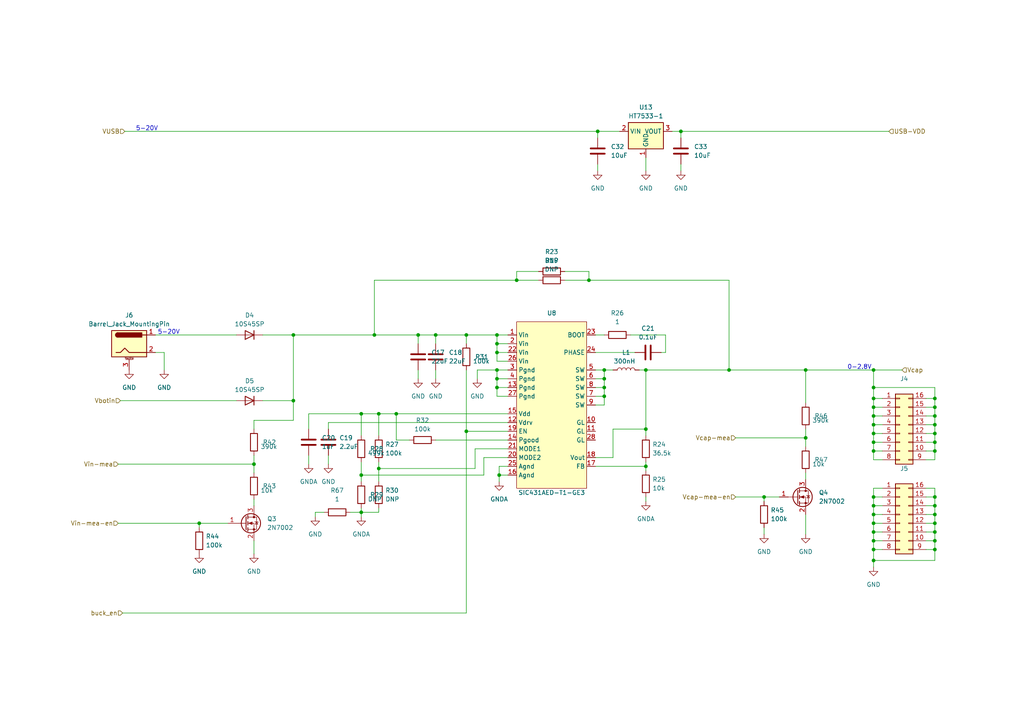
<source format=kicad_sch>
(kicad_sch (version 20230121) (generator eeschema)
  (paper "A4")
  (lib_symbols
    (symbol "Connector:Barrel_Jack_MountingPin" (pin_names hide)
      (property "Reference" "J6" (at 0 8.255 0))
      (property "Value" "Barrel_Jack_MountingPin" (at 0 5.715 0))
      (symbol "Barrel_Jack_MountingPin_0_1"
        (rectangle (start -5.08 3.81) (end 5.08 -3.81) (stroke (width 0.254)) (fill (type background)))
        (arc (start -3.302 3.175) (mid -3.9343 2.54) (end -3.302 1.905) (stroke (width 0.254)))
        (arc (start -3.302 3.175) (mid -3.9343 2.54) (end -3.302 1.905) (stroke (width 0.254)) (fill (type outline)))
        (polyline (pts (xy 5.08 2.54) (xy 3.81 2.54)) (stroke (width 0.254)))
        (polyline (pts (xy -3.81 -2.54) (xy -2.54 -2.54) (xy -1.27 -1.27) (xy 0 -2.54) (xy 2.54 -2.54) (xy 5.08 -2.54)) (stroke (width 0.254)))
        (rectangle (start 3.683 3.175) (end -3.302 1.905) (stroke (width 0.254)) (fill (type outline)))
      )
      (symbol "Barrel_Jack_MountingPin_1_1"
        (polyline (pts (xy -1.016 -4.572) (xy 1.016 -4.572)) (stroke (width 0.1524)))
        (text "Mounting" (at 0 -4.191 0) (effects (font (size 0.381 0.381))))
        (pin passive line (at 7.62 2.54 180) (length 2.54) (name "~") (number "1"))
        (pin passive line (at 7.62 -2.54 180) (length 2.54) (name "~") (number "2"))
        (pin passive line (at 0 -7.62 90) (length 3.048) (name "MP") (number "3"))
      )
    )
    (symbol "Connector_Generic:Conn_02x08_Counter_Clockwise" (pin_names (offset 1.016) hide)
      (property "Reference" "J" (at 1.27 10.16 0))
      (property "Value" "Conn_02x08_Counter_Clockwise" (at 1.27 -12.7 0))
      (symbol "Conn_02x08_Counter_Clockwise_1_1"
        (rectangle (start -1.27 -10.033) (end 0 -10.287) (stroke (width 0.1524)))
        (rectangle (start -1.27 -7.493) (end 0 -7.747) (stroke (width 0.1524)))
        (rectangle (start -1.27 -4.953) (end 0 -5.207) (stroke (width 0.1524)))
        (rectangle (start -1.27 -2.413) (end 0 -2.667) (stroke (width 0.1524)))
        (rectangle (start -1.27 0.127) (end 0 -0.127) (stroke (width 0.1524)))
        (rectangle (start -1.27 2.667) (end 0 2.413) (stroke (width 0.1524)))
        (rectangle (start -1.27 5.207) (end 0 4.953) (stroke (width 0.1524)))
        (rectangle (start -1.27 7.747) (end 0 7.493) (stroke (width 0.1524)))
        (rectangle (start -1.27 8.89) (end 3.81 -11.43) (stroke (width 0.254)) (fill (type background)))
        (rectangle (start 3.81 -10.033) (end 2.54 -10.287) (stroke (width 0.1524)))
        (rectangle (start 3.81 -7.493) (end 2.54 -7.747) (stroke (width 0.1524)))
        (rectangle (start 3.81 -4.953) (end 2.54 -5.207) (stroke (width 0.1524)))
        (rectangle (start 3.81 -2.413) (end 2.54 -2.667) (stroke (width 0.1524)))
        (rectangle (start 3.81 0.127) (end 2.54 -0.127) (stroke (width 0.1524)))
        (rectangle (start 3.81 2.667) (end 2.54 2.413) (stroke (width 0.1524)))
        (rectangle (start 3.81 5.207) (end 2.54 4.953) (stroke (width 0.1524)))
        (rectangle (start 3.81 7.747) (end 2.54 7.493) (stroke (width 0.1524)))
        (pin passive line (at -5.08 7.62 0) (length 3.81) (name "Pin_1") (number "1"))
        (pin passive line (at 7.62 -7.62 180) (length 3.81) (name "Pin_10") (number "10"))
        (pin passive line (at 7.62 -5.08 180) (length 3.81) (name "Pin_11") (number "11"))
        (pin passive line (at 7.62 -2.54 180) (length 3.81) (name "Pin_12") (number "12"))
        (pin passive line (at 7.62 0 180) (length 3.81) (name "Pin_13") (number "13"))
        (pin passive line (at 7.62 2.54 180) (length 3.81) (name "Pin_14") (number "14"))
        (pin passive line (at 7.62 5.08 180) (length 3.81) (name "Pin_15") (number "15"))
        (pin passive line (at 7.62 7.62 180) (length 3.81) (name "Pin_16") (number "16"))
        (pin passive line (at -5.08 5.08 0) (length 3.81) (name "Pin_2") (number "2"))
        (pin passive line (at -5.08 2.54 0) (length 3.81) (name "Pin_3") (number "3"))
        (pin passive line (at -5.08 0 0) (length 3.81) (name "Pin_4") (number "4"))
        (pin passive line (at -5.08 -2.54 0) (length 3.81) (name "Pin_5") (number "5"))
        (pin passive line (at -5.08 -5.08 0) (length 3.81) (name "Pin_6") (number "6"))
        (pin passive line (at -5.08 -7.62 0) (length 3.81) (name "Pin_7") (number "7"))
        (pin passive line (at -5.08 -10.16 0) (length 3.81) (name "Pin_8") (number "8"))
        (pin passive line (at 7.62 -10.16 180) (length 3.81) (name "Pin_9") (number "9"))
      )
    )
    (symbol "Device:C" (pin_numbers hide) (pin_names (offset 0.254))
      (property "Reference" "C" (at 0.635 2.54 0))
      (property "Value" "C" (at 0.635 -2.54 0))
      (symbol "C_0_1"
        (polyline (pts (xy -2.032 -0.762) (xy 2.032 -0.762)) (stroke (width 0.508)))
        (polyline (pts (xy -2.032 0.762) (xy 2.032 0.762)) (stroke (width 0.508)))
      )
      (symbol "C_1_1"
        (pin passive line (at 0 3.81 270) (length 2.794) (name "~") (number "1"))
        (pin passive line (at 0 -3.81 90) (length 2.794) (name "~") (number "2"))
      )
    )
    (symbol "Device:L" (pin_numbers hide) (pin_names (offset 1.016) hide)
      (property "Reference" "L" (at -1.27 0 90))
      (property "Value" "L" (at 1.905 0 90))
      (symbol "L_0_1"
        (arc (start 0 -2.54) (mid 0.6323 -1.905) (end 0 -1.27))
        (arc (start 0 -1.27) (mid 0.6323 -0.635) (end 0 0))
        (arc (start 0 0) (mid 0.6323 0.635) (end 0 1.27))
        (arc (start 0 1.27) (mid 0.6323 1.905) (end 0 2.54))
      )
      (symbol "L_1_1"
        (pin passive line (at 0 3.81 270) (length 1.27) (name "1") (number "1"))
        (pin passive line (at 0 -3.81 90) (length 1.27) (name "2") (number "2"))
      )
    )
    (symbol "Device:R" (pin_numbers hide) (pin_names (offset 0))
      (property "Reference" "R" (at 2.032 0 90))
      (property "Value" "R" (at 0 0 90))
      (symbol "R_0_1"
        (rectangle (start -1.016 -2.54) (end 1.016 2.54) (stroke (width 0.254)))
      )
      (symbol "R_1_1"
        (pin passive line (at 0 3.81 270) (length 1.27) (name "~") (number "1"))
        (pin passive line (at 0 -3.81 90) (length 1.27) (name "~") (number "2"))
      )
    )
    (symbol "Diode:VS-6ESU06" (pin_numbers hide) (pin_names hide)
      (property "Reference" "D" (at 0 2.54 0))
      (property "Value" "VS-6ESU06" (at 0 -2.54 0))
      (symbol "VS-6ESU06_0_1"
        (polyline (pts (xy -1.27 1.27) (xy -1.27 -1.27)) (stroke (width 0.254)))
        (polyline (pts (xy 1.27 0) (xy -1.27 0)))
        (polyline (pts (xy 1.27 1.27) (xy 1.27 -1.27) (xy -1.27 0) (xy 1.27 1.27)) (stroke (width 0.254)))
      )
      (symbol "VS-6ESU06_1_1"
        (pin passive line (at 3.81 0 180) (length 2.54) (name "A") (number "1"))
        (pin passive line (at 3.81 0 180) (length 2.54) hide (name "A") (number "2"))
        (pin passive line (at -3.81 0 0) (length 2.54) (name "K") (number "3"))
      )
    )
    (symbol "Fan_pwr:dcdc-buck-SiC431"
      (property "Reference" "U8" (at 0.0019 26.67 0))
      (property "Value" "SIC431AED-T1-GE3" (at 0 -25.4 0))
      (symbol "dcdc-buck-SiC431_1_1"
        (rectangle (start -10.16 24.13) (end 10.16 -24.13) (fill (type background)))
        (pin power_in line (at -12.7 20.32 0) (length 2.54) (name "Vin") (number "1"))
        (pin output line (at 12.7 -5.08 180) (length 2.54) (name "GL") (number "10"))
        (pin output line (at 12.7 -7.62 180) (length 2.54) (name "GL") (number "11"))
        (pin power_out line (at -12.7 -5.08 0) (length 2.54) (name "Vdrv") (number "12"))
        (pin power_in line (at -12.7 5.08 0) (length 2.54) (name "Pgnd") (number "13"))
        (pin output line (at -12.7 -10.16 0) (length 2.54) (name "Pgood") (number "14"))
        (pin power_out line (at -12.7 -2.54 0) (length 2.54) (name "Vdd") (number "15"))
        (pin power_in line (at -12.7 -20.32 0) (length 2.54) (name "Agnd") (number "16"))
        (pin input line (at 12.7 -17.78 180) (length 2.54) (name "FB") (number "17"))
        (pin input line (at 12.7 -15.24 180) (length 2.54) (name "Vout") (number "18"))
        (pin input line (at -12.7 -7.62 0) (length 2.54) (name "EN") (number "19"))
        (pin power_in line (at -12.7 17.78 0) (length 2.54) (name "Vin") (number "2"))
        (pin input line (at -12.7 -15.24 0) (length 2.54) (name "MODE2") (number "20"))
        (pin input line (at -12.7 -12.7 0) (length 2.54) (name "MODE1") (number "21"))
        (pin power_in line (at -12.7 15.24 0) (length 2.54) (name "Vin") (number "22"))
        (pin bidirectional line (at 12.7 20.32 180) (length 2.54) (name "BOOT") (number "23"))
        (pin bidirectional line (at 12.7 15.24 180) (length 2.54) (name "PHASE") (number "24"))
        (pin power_in line (at -12.7 -17.78 0) (length 2.54) (name "Agnd") (number "25"))
        (pin power_in line (at -12.7 12.7 0) (length 2.54) (name "Vin") (number "26"))
        (pin power_in line (at -12.7 2.54 0) (length 2.54) (name "Pgnd") (number "27"))
        (pin output line (at 12.7 -10.16 180) (length 2.54) (name "GL") (number "28"))
        (pin power_in line (at -12.7 10.16 0) (length 2.54) (name "Pgnd") (number "3"))
        (pin power_in line (at -12.7 7.62 0) (length 2.54) (name "Pgnd") (number "4"))
        (pin power_out line (at 12.7 10.16 180) (length 2.54) (name "SW") (number "5"))
        (pin power_out line (at 12.7 7.62 180) (length 2.54) (name "SW") (number "6"))
        (pin power_out line (at 12.7 2.54 180) (length 2.54) (name "SW") (number "7"))
        (pin power_out line (at 12.7 5.08 180) (length 2.54) (name "SW") (number "8"))
        (pin power_out line (at 12.7 0 180) (length 2.54) (name "SW") (number "9"))
      )
    )
    (symbol "Regulator_Linear:HT75xx-1-SOT89"
      (property "Reference" "U" (at -5.08 -3.81 0))
      (property "Value" "HT75xx-1-SOT89" (at 0 6.35 0))
      (symbol "HT75xx-1-SOT89_0_1"
        (rectangle (start -5.08 5.08) (end 5.08 -2.54) (stroke (width 0.254)) (fill (type background)))
      )
      (symbol "HT75xx-1-SOT89_1_1"
        (pin power_in line (at 0 -5.08 90) (length 2.54) (name "GND") (number "1"))
        (pin power_in line (at -7.62 2.54 0) (length 2.54) (name "VIN") (number "2"))
        (pin power_out line (at 7.62 2.54 180) (length 2.54) (name "VOUT") (number "3"))
      )
    )
    (symbol "Transistor_FET:2N7002" (pin_names hide)
      (property "Reference" "Q" (at 5.08 1.905 0))
      (property "Value" "2N7002" (at 5.08 0 0))
      (symbol "2N7002_0_1"
        (polyline (pts (xy 0.254 0) (xy -2.54 0)))
        (polyline (pts (xy 0.254 1.905) (xy 0.254 -1.905)) (stroke (width 0.254)))
        (polyline (pts (xy 0.762 -1.27) (xy 0.762 -2.286)) (stroke (width 0.254)))
        (polyline (pts (xy 0.762 0.508) (xy 0.762 -0.508)) (stroke (width 0.254)))
        (polyline (pts (xy 0.762 2.286) (xy 0.762 1.27)) (stroke (width 0.254)))
        (polyline (pts (xy 2.54 2.54) (xy 2.54 1.778)))
        (polyline (pts (xy 2.54 -2.54) (xy 2.54 0) (xy 0.762 0)))
        (polyline (pts (xy 0.762 -1.778) (xy 3.302 -1.778) (xy 3.302 1.778) (xy 0.762 1.778)))
        (polyline (pts (xy 1.016 0) (xy 2.032 0.381) (xy 2.032 -0.381) (xy 1.016 0)) (fill (type outline)))
        (polyline (pts (xy 2.794 0.508) (xy 2.921 0.381) (xy 3.683 0.381) (xy 3.81 0.254)))
        (polyline (pts (xy 3.302 0.381) (xy 2.921 -0.254) (xy 3.683 -0.254) (xy 3.302 0.381)))
        (circle (center 1.651 0) (radius 2.794) (stroke (width 0.254)))
        (circle (center 2.54 -1.778) (radius 0.254) (fill (type outline)))
        (circle (center 2.54 1.778) (radius 0.254) (fill (type outline)))
      )
      (symbol "2N7002_1_1"
        (pin input line (at -5.08 0 0) (length 2.54) (name "G") (number "1"))
        (pin passive line (at 2.54 -5.08 90) (length 2.54) (name "S") (number "2"))
        (pin passive line (at 2.54 5.08 270) (length 2.54) (name "D") (number "3"))
      )
    )
    (symbol "power:GND" (power) (pin_names (offset 0))
      (property "Value" "GND" (at 0 -3.81 0))
      (symbol "GND_0_1"
        (polyline (pts (xy 0 0) (xy 0 -1.27) (xy 1.27 -1.27) (xy 0 -2.54) (xy -1.27 -1.27) (xy 0 -1.27)))
      )
      (symbol "GND_1_1"
        (pin power_in line (at 0 0 270) (length 0) hide (name "GND") (number "1"))
      )
    )
    (symbol "power:GNDA" (power) (pin_names (offset 0))
      (property "Value" "GNDA" (at 0 -3.81 0))
      (symbol "GNDA_0_1"
        (polyline (pts (xy 0 0) (xy 0 -1.27) (xy 1.27 -1.27) (xy 0 -2.54) (xy -1.27 -1.27) (xy 0 -1.27)))
      )
      (symbol "GNDA_1_1"
        (pin power_in line (at 0 0 270) (length 0) hide (name "GNDA") (number "1"))
      )
    )
  )
  (junction (at 271.145 159.385))
  (junction (at 175.26 107.315))
  (junction (at 221.615 144.145))
  (junction (at 271.145 115.57))
  (junction (at 144.145 102.235))
  (junction (at 135.255 97.155))
  (junction (at 73.66 134.62))
  (junction (at 253.365 144.145))
  (junction (at 271.145 125.73))
  (junction (at 197.485 38.1))
  (junction (at 144.145 107.315))
  (junction (at 271.145 151.765))
  (junction (at 144.145 112.395))
  (junction (at 121.285 97.155))
  (junction (at 253.365 125.73))
  (junction (at 271.145 149.225))
  (junction (at 253.365 154.305))
  (junction (at 144.145 97.155))
  (junction (at 253.365 120.65))
  (junction (at 175.26 114.935))
  (junction (at 253.365 149.225))
  (junction (at 114.935 120.015))
  (junction (at 233.68 107.315))
  (junction (at 253.365 146.685))
  (junction (at 108.585 97.155))
  (junction (at 271.145 123.19))
  (junction (at 253.365 151.765))
  (junction (at 104.775 120.015))
  (junction (at 271.145 144.145))
  (junction (at 253.365 123.19))
  (junction (at 271.145 156.845))
  (junction (at 85.09 116.205))
  (junction (at 135.255 125.095))
  (junction (at 175.26 109.855))
  (junction (at 271.145 118.11))
  (junction (at 271.145 120.65))
  (junction (at 57.785 151.765))
  (junction (at 126.365 97.155))
  (junction (at 187.325 124.46))
  (junction (at 253.365 118.11))
  (junction (at 253.365 162.56))
  (junction (at 187.325 135.255))
  (junction (at 173.355 38.1))
  (junction (at 253.365 112.395))
  (junction (at 149.86 81.28))
  (junction (at 271.145 154.305))
  (junction (at 85.09 97.155))
  (junction (at 109.855 120.015))
  (junction (at 144.145 99.695))
  (junction (at 104.775 137.795))
  (junction (at 271.145 146.685))
  (junction (at 233.68 127))
  (junction (at 253.365 128.27))
  (junction (at 253.365 156.845))
  (junction (at 109.855 135.89))
  (junction (at 170.815 81.28))
  (junction (at 187.325 107.315))
  (junction (at 104.775 148.59))
  (junction (at 253.365 115.57))
  (junction (at 144.78 137.795))
  (junction (at 253.365 159.385))
  (junction (at 175.26 112.395))
  (junction (at 253.365 107.315))
  (junction (at 271.145 130.81))
  (junction (at 271.145 128.27))
  (junction (at 253.365 130.81))
  (junction (at 211.455 107.315))
  (junction (at 144.145 109.855))
  (wire (pts (xy 253.365 112.395) (xy 253.365 115.57)))
  (wire (pts (xy 255.905 146.685) (xy 253.365 146.685)))
  (wire (pts (xy 135.255 97.155) (xy 135.255 99.695)))
  (wire (pts (xy 253.365 128.27) (xy 253.365 125.73)))
  (wire (pts (xy 211.455 107.315) (xy 233.68 107.315)))
  (wire (pts (xy 255.905 123.19) (xy 253.365 123.19)))
  (wire (pts (xy 175.26 107.315) (xy 177.8 107.315)))
  (wire (pts (xy 144.145 112.395) (xy 144.145 109.855)))
  (wire (pts (xy 221.615 144.145) (xy 226.06 144.145)))
  (wire (pts (xy 187.325 49.53) (xy 187.325 45.72)))
  (wire (pts (xy 255.905 149.225) (xy 253.365 149.225)))
  (wire (pts (xy 268.605 141.605) (xy 271.145 141.605)))
  (wire (pts (xy 73.66 146.685) (xy 73.66 144.78)))
  (wire (pts (xy 233.68 127) (xy 233.68 129.54)))
  (wire (pts (xy 57.785 151.765) (xy 66.04 151.765)))
  (wire (pts (xy 179.705 38.1) (xy 173.355 38.1)))
  (wire (pts (xy 233.68 154.94) (xy 233.68 149.225)))
  (wire (pts (xy 253.365 120.65) (xy 253.365 118.11)))
  (wire (pts (xy 144.145 114.935) (xy 144.145 112.395)))
  (wire (pts (xy 253.365 144.145) (xy 253.365 146.685)))
  (wire (pts (xy 109.855 120.015) (xy 114.935 120.015)))
  (wire (pts (xy 89.535 134.62) (xy 89.535 132.08)))
  (wire (pts (xy 104.775 133.985) (xy 104.775 137.795)))
  (wire (pts (xy 213.36 127) (xy 233.68 127)))
  (wire (pts (xy 36.195 38.1) (xy 173.355 38.1)))
  (wire (pts (xy 135.255 125.095) (xy 135.255 177.8)))
  (wire (pts (xy 253.365 146.685) (xy 253.365 149.225)))
  (wire (pts (xy 121.285 97.155) (xy 126.365 97.155)))
  (wire (pts (xy 76.2 116.205) (xy 85.09 116.205)))
  (wire (pts (xy 233.68 107.315) (xy 253.365 107.315)))
  (wire (pts (xy 175.26 112.395) (xy 175.26 109.855)))
  (wire (pts (xy 73.66 132.08) (xy 73.66 134.62)))
  (wire (pts (xy 35.56 177.8) (xy 135.255 177.8)))
  (wire (pts (xy 147.32 99.695) (xy 144.145 99.695)))
  (wire (pts (xy 109.855 120.015) (xy 109.855 126.365)))
  (wire (pts (xy 253.365 162.56) (xy 253.365 159.385)))
  (wire (pts (xy 255.905 120.65) (xy 253.365 120.65)))
  (wire (pts (xy 255.905 115.57) (xy 253.365 115.57)))
  (wire (pts (xy 109.855 135.89) (xy 137.795 135.89)))
  (wire (pts (xy 255.905 141.605) (xy 253.365 141.605)))
  (wire (pts (xy 109.855 147.32) (xy 109.855 148.59)))
  (wire (pts (xy 211.455 81.28) (xy 211.455 107.315)))
  (wire (pts (xy 95.25 134.62) (xy 95.25 132.08)))
  (wire (pts (xy 268.605 130.81) (xy 271.145 130.81)))
  (wire (pts (xy 221.615 154.94) (xy 221.615 153.035)))
  (wire (pts (xy 271.145 141.605) (xy 271.145 144.145)))
  (wire (pts (xy 255.905 151.765) (xy 253.365 151.765)))
  (wire (pts (xy 144.145 109.855) (xy 144.145 107.315)))
  (wire (pts (xy 34.29 151.765) (xy 57.785 151.765)))
  (wire (pts (xy 144.145 99.695) (xy 144.145 97.155)))
  (wire (pts (xy 268.605 115.57) (xy 271.145 115.57)))
  (wire (pts (xy 271.145 123.19) (xy 271.145 120.65)))
  (wire (pts (xy 34.925 116.205) (xy 68.58 116.205)))
  (wire (pts (xy 271.145 146.685) (xy 271.145 149.225)))
  (wire (pts (xy 85.09 121.92) (xy 85.09 116.205)))
  (wire (pts (xy 147.32 102.235) (xy 144.145 102.235)))
  (wire (pts (xy 175.26 114.935) (xy 175.26 112.395)))
  (wire (pts (xy 194.945 38.1) (xy 197.485 38.1)))
  (wire (pts (xy 271.145 151.765) (xy 271.145 154.305)))
  (wire (pts (xy 108.585 81.28) (xy 108.585 97.155)))
  (wire (pts (xy 253.365 107.315) (xy 253.365 112.395)))
  (wire (pts (xy 109.855 135.89) (xy 109.855 139.7)))
  (wire (pts (xy 253.365 123.19) (xy 253.365 120.65)))
  (wire (pts (xy 170.815 78.74) (xy 170.815 81.28)))
  (wire (pts (xy 271.145 115.57) (xy 271.145 112.395)))
  (wire (pts (xy 104.775 137.795) (xy 140.335 137.795)))
  (wire (pts (xy 147.32 137.795) (xy 144.78 137.795)))
  (wire (pts (xy 172.72 114.935) (xy 175.26 114.935)))
  (wire (pts (xy 255.905 118.11) (xy 253.365 118.11)))
  (wire (pts (xy 121.285 97.155) (xy 121.285 99.695)))
  (wire (pts (xy 144.145 97.155) (xy 147.32 97.155)))
  (wire (pts (xy 73.66 160.655) (xy 73.66 156.845)))
  (wire (pts (xy 104.775 147.32) (xy 104.775 148.59)))
  (wire (pts (xy 271.145 144.145) (xy 271.145 146.685)))
  (wire (pts (xy 253.365 151.765) (xy 253.365 154.305)))
  (wire (pts (xy 47.625 102.235) (xy 47.625 107.315)))
  (wire (pts (xy 221.615 144.145) (xy 221.615 145.415)))
  (wire (pts (xy 172.72 107.315) (xy 175.26 107.315)))
  (wire (pts (xy 149.86 78.74) (xy 149.86 81.28)))
  (wire (pts (xy 271.145 128.27) (xy 271.145 125.73)))
  (wire (pts (xy 268.605 159.385) (xy 271.145 159.385)))
  (wire (pts (xy 271.145 130.81) (xy 271.145 128.27)))
  (wire (pts (xy 95.25 124.46) (xy 95.25 122.555)))
  (wire (pts (xy 135.255 125.095) (xy 147.32 125.095)))
  (wire (pts (xy 271.145 125.73) (xy 271.145 123.19)))
  (wire (pts (xy 137.795 135.89) (xy 137.795 130.175)))
  (wire (pts (xy 173.355 38.1) (xy 173.355 40.005)))
  (wire (pts (xy 149.86 81.28) (xy 108.585 81.28)))
  (wire (pts (xy 197.485 38.1) (xy 257.81 38.1)))
  (wire (pts (xy 121.285 109.855) (xy 121.285 107.315)))
  (wire (pts (xy 253.365 141.605) (xy 253.365 144.145)))
  (wire (pts (xy 253.365 125.73) (xy 253.365 123.19)))
  (wire (pts (xy 187.325 124.46) (xy 187.325 126.365)))
  (wire (pts (xy 268.605 146.685) (xy 271.145 146.685)))
  (wire (pts (xy 163.83 81.28) (xy 170.815 81.28)))
  (wire (pts (xy 89.535 120.015) (xy 89.535 124.46)))
  (wire (pts (xy 109.855 148.59) (xy 104.775 148.59)))
  (wire (pts (xy 89.535 120.015) (xy 104.775 120.015)))
  (wire (pts (xy 126.365 109.855) (xy 126.365 107.315)))
  (wire (pts (xy 253.365 159.385) (xy 255.905 159.385)))
  (wire (pts (xy 177.8 124.46) (xy 187.325 124.46)))
  (wire (pts (xy 104.775 148.59) (xy 104.775 149.86)))
  (wire (pts (xy 126.365 127.635) (xy 147.32 127.635)))
  (wire (pts (xy 271.145 154.305) (xy 271.145 156.845)))
  (wire (pts (xy 144.145 104.775) (xy 144.145 102.235)))
  (wire (pts (xy 172.72 112.395) (xy 175.26 112.395)))
  (wire (pts (xy 182.88 97.155) (xy 193.04 97.155)))
  (wire (pts (xy 255.905 130.81) (xy 253.365 130.81)))
  (wire (pts (xy 271.145 159.385) (xy 271.145 162.56)))
  (wire (pts (xy 172.72 132.715) (xy 177.8 132.715)))
  (wire (pts (xy 144.145 107.315) (xy 138.43 107.315)))
  (wire (pts (xy 268.605 125.73) (xy 271.145 125.73)))
  (wire (pts (xy 253.365 107.315) (xy 261.62 107.315)))
  (wire (pts (xy 104.775 137.795) (xy 104.775 139.7)))
  (wire (pts (xy 268.605 128.27) (xy 271.145 128.27)))
  (wire (pts (xy 147.32 135.255) (xy 144.78 135.255)))
  (wire (pts (xy 104.775 120.015) (xy 109.855 120.015)))
  (wire (pts (xy 147.32 104.775) (xy 144.145 104.775)))
  (wire (pts (xy 147.32 107.315) (xy 144.145 107.315)))
  (wire (pts (xy 271.145 156.845) (xy 271.145 159.385)))
  (wire (pts (xy 255.905 128.27) (xy 253.365 128.27)))
  (wire (pts (xy 271.145 112.395) (xy 253.365 112.395)))
  (wire (pts (xy 95.25 122.555) (xy 147.32 122.555)))
  (wire (pts (xy 268.605 123.19) (xy 271.145 123.19)))
  (wire (pts (xy 172.72 102.235) (xy 184.15 102.235)))
  (wire (pts (xy 253.365 154.305) (xy 253.365 156.845)))
  (wire (pts (xy 137.795 130.175) (xy 147.32 130.175)))
  (wire (pts (xy 253.365 156.845) (xy 253.365 159.385)))
  (wire (pts (xy 187.325 107.315) (xy 185.42 107.315)))
  (wire (pts (xy 268.605 120.65) (xy 271.145 120.65)))
  (wire (pts (xy 118.745 127.635) (xy 114.935 127.635)))
  (wire (pts (xy 114.935 127.635) (xy 114.935 120.015)))
  (wire (pts (xy 144.145 99.695) (xy 144.145 102.235)))
  (wire (pts (xy 144.78 135.255) (xy 144.78 137.795)))
  (wire (pts (xy 253.365 149.225) (xy 253.365 151.765)))
  (wire (pts (xy 45.085 102.235) (xy 47.625 102.235)))
  (wire (pts (xy 147.32 112.395) (xy 144.145 112.395)))
  (wire (pts (xy 73.66 124.46) (xy 73.66 121.92)))
  (wire (pts (xy 253.365 118.11) (xy 253.365 115.57)))
  (wire (pts (xy 271.145 115.57) (xy 271.145 118.11)))
  (wire (pts (xy 233.68 139.065) (xy 233.68 137.16)))
  (wire (pts (xy 147.32 109.855) (xy 144.145 109.855)))
  (wire (pts (xy 255.905 154.305) (xy 253.365 154.305)))
  (wire (pts (xy 233.68 124.46) (xy 233.68 127)))
  (wire (pts (xy 271.145 162.56) (xy 253.365 162.56)))
  (wire (pts (xy 193.04 97.155) (xy 193.04 102.235)))
  (wire (pts (xy 135.255 107.315) (xy 135.255 125.095)))
  (wire (pts (xy 76.2 97.155) (xy 85.09 97.155)))
  (wire (pts (xy 193.04 102.235) (xy 191.77 102.235)))
  (wire (pts (xy 109.855 133.985) (xy 109.855 135.89)))
  (wire (pts (xy 253.365 164.465) (xy 253.365 162.56)))
  (wire (pts (xy 197.485 49.53) (xy 197.485 47.625)))
  (wire (pts (xy 57.785 151.765) (xy 57.785 153.035)))
  (wire (pts (xy 268.605 149.225) (xy 271.145 149.225)))
  (wire (pts (xy 104.775 120.015) (xy 104.775 126.365)))
  (wire (pts (xy 45.085 97.155) (xy 68.58 97.155)))
  (wire (pts (xy 187.325 124.46) (xy 187.325 107.315)))
  (wire (pts (xy 255.905 125.73) (xy 253.365 125.73)))
  (wire (pts (xy 271.145 133.35) (xy 271.145 130.81)))
  (wire (pts (xy 255.905 144.145) (xy 253.365 144.145)))
  (wire (pts (xy 73.66 121.92) (xy 85.09 121.92)))
  (wire (pts (xy 135.255 97.155) (xy 144.145 97.155)))
  (wire (pts (xy 73.66 134.62) (xy 73.66 137.16)))
  (wire (pts (xy 253.365 130.81) (xy 253.365 128.27)))
  (wire (pts (xy 271.145 118.11) (xy 271.145 120.65)))
  (wire (pts (xy 140.335 137.795) (xy 140.335 132.715)))
  (wire (pts (xy 140.335 132.715) (xy 147.32 132.715)))
  (wire (pts (xy 268.605 144.145) (xy 271.145 144.145)))
  (wire (pts (xy 163.83 78.74) (xy 170.815 78.74)))
  (wire (pts (xy 233.68 107.315) (xy 233.68 116.84)))
  (wire (pts (xy 156.21 81.28) (xy 149.86 81.28)))
  (wire (pts (xy 126.365 97.155) (xy 135.255 97.155)))
  (wire (pts (xy 85.09 97.155) (xy 108.585 97.155)))
  (wire (pts (xy 172.72 117.475) (xy 175.26 117.475)))
  (wire (pts (xy 91.44 149.86) (xy 91.44 148.59)))
  (wire (pts (xy 126.365 97.155) (xy 126.365 99.695)))
  (wire (pts (xy 255.905 133.35) (xy 253.365 133.35)))
  (wire (pts (xy 172.72 135.255) (xy 187.325 135.255)))
  (wire (pts (xy 253.365 133.35) (xy 253.365 130.81)))
  (wire (pts (xy 268.605 151.765) (xy 271.145 151.765)))
  (wire (pts (xy 149.86 78.74) (xy 156.21 78.74)))
  (wire (pts (xy 271.145 149.225) (xy 271.145 151.765)))
  (wire (pts (xy 268.605 118.11) (xy 271.145 118.11)))
  (wire (pts (xy 255.905 156.845) (xy 253.365 156.845)))
  (wire (pts (xy 85.09 97.155) (xy 85.09 116.205)))
  (wire (pts (xy 108.585 97.155) (xy 121.285 97.155)))
  (wire (pts (xy 187.325 133.985) (xy 187.325 135.255)))
  (wire (pts (xy 173.355 49.53) (xy 173.355 47.625)))
  (wire (pts (xy 187.325 135.255) (xy 187.325 136.525)))
  (wire (pts (xy 187.325 107.315) (xy 211.455 107.315)))
  (wire (pts (xy 138.43 107.315) (xy 138.43 109.855)))
  (wire (pts (xy 268.605 154.305) (xy 271.145 154.305)))
  (wire (pts (xy 177.8 124.46) (xy 177.8 132.715)))
  (wire (pts (xy 170.815 81.28) (xy 211.455 81.28)))
  (wire (pts (xy 187.325 145.415) (xy 187.325 144.145)))
  (wire (pts (xy 147.32 114.935) (xy 144.145 114.935)))
  (wire (pts (xy 213.36 144.145) (xy 221.615 144.145)))
  (wire (pts (xy 172.72 109.855) (xy 175.26 109.855)))
  (wire (pts (xy 114.935 120.015) (xy 147.32 120.015)))
  (wire (pts (xy 268.605 133.35) (xy 271.145 133.35)))
  (wire (pts (xy 144.78 137.795) (xy 144.78 139.7)))
  (wire (pts (xy 197.485 38.1) (xy 197.485 40.005)))
  (wire (pts (xy 175.26 109.855) (xy 175.26 107.315)))
  (wire (pts (xy 91.44 148.59) (xy 93.98 148.59)))
  (wire (pts (xy 268.605 156.845) (xy 271.145 156.845)))
  (wire (pts (xy 101.6 148.59) (xy 104.775 148.59)))
  (wire (pts (xy 34.29 134.62) (xy 73.66 134.62)))
  (wire (pts (xy 172.72 97.155) (xy 175.26 97.155)))
  (wire (pts (xy 175.26 117.475) (xy 175.26 114.935)))
  (text "5-20V\n" (at 39.37 38.1 0) (effects (font (size 1.27 1.27)) (justify left bottom)))
  (text "5-20V\n" (at 45.72 97.155 0) (effects (font (size 1.27 1.27)) (justify left bottom)))
  (text "0-2.8V\n" (at 245.745 107.315 0) (effects (font (size 1.27 1.27)) (justify left bottom)))
  (hierarchical_label "VUSB" (shape input) (at 36.195 38.1 180))
  (hierarchical_label "Vin-mea-en" (shape input) (at 34.29 151.765 180))
  (hierarchical_label "Vcap-mea-en" (shape input) (at 213.36 144.145 180))
  (hierarchical_label "Vbotin" (shape input) (at 34.925 116.205 180))
  (hierarchical_label "Vcap-mea" (shape input) (at 213.36 127 180))
  (hierarchical_label "USB-VDD" (shape input) (at 257.81 38.1 0))
  (hierarchical_label "buck_en" (shape input) (at 35.56 177.8 180))
  (hierarchical_label "Vin-mea" (shape input) (at 34.29 134.62 180))
  (hierarchical_label "Vcap" (shape input) (at 261.62 107.315 0))
  (symbol (lib_id "power:GNDA") (at 89.535 134.62 0) (unit 1)
    (property "Reference" "#PWR063" (effects hide))
    (property "Value" "GNDA" (at 89.535 139.7 0))
  )
  (symbol (lib_id "power:GND") (at 73.66 160.655 0) (unit 1)
    (property "Reference" "#PWR040" (effects hide))
    (property "Value" "GND" (at 73.66 165.735 0))
    (instances (project "nullbot" (path "" (reference "#PWR040") (unit 1)) (path "" (reference "#PWR084") (unit 1))))
  )
  (symbol (lib_id "Device:C") (at 95.25 128.27 0) (unit 1)
    (property "Reference" "C19" (at 98.425 127 0) (effects (justify left)))
    (property "Value" "2.2uF" (at 98.425 129.54 0) (effects (justify left)))
    (property "Footprint" "Capacitor_SMD:C_0603_1608Metric" (effects hide))
  )
  (symbol (lib_id "power:GND") (at 47.625 107.315 0) (unit 1)
    (property "Reference" "#PWR040" (effects hide))
    (property "Value" "GND" (at 47.625 112.395 0))
    (instances (project "nullbot" (path "" (reference "#PWR040") (unit 1)) (path "" (reference "#PWR044") (unit 1))))
  )
  (symbol (lib_id "power:GND") (at 57.785 160.655 0) (unit 1)
    (property "Reference" "#PWR040" (effects hide))
    (property "Value" "GND" (at 57.785 165.735 0))
    (instances (project "nullbot" (path "" (reference "#PWR040") (unit 1)) (path "" (reference "#PWR085") (unit 1))))
  )
  (symbol (lib_id "Device:R") (at 97.79 148.59 90) (unit 1)
    (property "Reference" "R67" (at 97.79 142.24 90))
    (property "Value" "1" (at 97.79 144.78 90))
    (property "Footprint" "Resistor_SMD:R_0603_1608Metric" (effects hide))
  )
  (symbol (lib_id "Device:C") (at 173.355 43.815 0) (unit 1)
    (property "Reference" "C32" (at 177.165 42.545 0) (effects (justify left)))
    (property "Value" "10uF" (at 177.165 45.085 0) (effects (justify left)))
    (property "Footprint" "Capacitor_SMD:C_0805_2012Metric" (effects hide))
  )
  (symbol (lib_id "Device:C") (at 187.96 102.235 90) (unit 1)
    (property "Reference" "C21" (at 187.96 95.25 90))
    (property "Value" "0.1uF" (at 187.96 97.79 90))
    (property "Footprint" "Capacitor_SMD:C_0603_1608Metric" (effects hide))
  )
  (symbol (lib_id "power:GND") (at 173.355 49.53 0) (unit 1)
    (property "Reference" "#PWR040" (effects hide))
    (property "Value" "GND" (at 173.355 54.61 0))
    (instances (project "nullbot" (path "" (reference "#PWR040") (unit 1)) (path "" (reference "#PWR073") (unit 1))))
  )
  (symbol (lib_id "power:GNDA") (at 144.78 139.7 0) (unit 1)
    (property "Reference" "#PWR062" (effects hide))
    (property "Value" "GNDA" (at 144.78 144.78 0))
  )
  (symbol (lib_id "power:GND") (at 233.68 154.94 0) (unit 1)
    (property "Reference" "#PWR040" (effects hide))
    (property "Value" "GND" (at 233.68 160.02 0))
    (instances (project "nullbot" (path "" (reference "#PWR040") (unit 1)) (path "" (reference "#PWR091") (unit 1))))
  )
  (symbol (lib_id "power:GND") (at 121.285 109.855 0) (unit 1)
    (property "Reference" "#PWR040" (effects hide))
    (property "Value" "GND" (at 121.285 114.935 0))
    (instances (project "nullbot" (path "" (reference "#PWR040") (unit 1)) (path "" (reference "#PWR058") (unit 1))))
  )
  (symbol (lib_id "Device:C") (at 197.485 43.815 0) (unit 1)
    (property "Reference" "C33" (at 201.295 42.545 0) (effects (justify left)))
    (property "Value" "10uF" (at 201.295 45.085 0) (effects (justify left)))
    (property "Footprint" "Capacitor_SMD:C_0805_2012Metric" (effects hide))
  )
  (symbol (lib_id "Device:R") (at 179.07 97.155 90) (unit 1)
    (property "Reference" "R26" (at 179.07 90.805 90))
    (property "Value" "1" (at 179.07 93.345 90))
    (property "Footprint" "Resistor_SMD:R_0603_1608Metric" (effects hide))
  )
  (symbol (lib_id "power:GND") (at 91.44 149.86 0) (unit 1)
    (property "Reference" "#PWR040" (effects hide))
    (property "Value" "GND" (at 91.44 154.94 0))
    (instances (project "nullbot" (path "" (reference "#PWR040") (unit 1)) (path "" (reference "#PWR05") (unit 1))))
  )
  (symbol (lib_id "Device:R") (at 104.775 130.175 0) (unit 1)
    (property "Reference" "R28" (at 107.315 130.175 0) (effects (justify left)))
    (property "Value" "499k" (at 106.68 131.445 0) (effects (justify left)))
    (property "Footprint" "Resistor_SMD:R_0603_1608Metric" (effects hide))
  )
  (symbol (lib_id "Regulator_Linear:HT75xx-1-SOT89") (at 187.325 40.64 0) (unit 1)
    (property "Reference" "U13" (at 187.325 31.115 0))
    (property "Value" "HT7533-1\n" (at 187.325 33.655 0))
    (property "Footprint" "Package_TO_SOT_SMD:SOT-89-3" (effects hide))
    (property "Datasheet" "https://www.holtek.com/documents/10179/116711/HT75xx-1v250.pdf" (effects hide))
  )
  (symbol (lib_id "Transistor_FET:2N7002") (at 231.14 144.145 0) (unit 1)
    (property "Reference" "Q4" (at 237.49 142.875 0) (effects (justify left)))
    (property "Value" "2N7002" (at 237.49 145.415 0) (effects (justify left)))
    (property "Footprint" "Package_TO_SOT_SMD:SOT-23" (effects hide))
    (property "Datasheet" "https://www.onsemi.com/pub/Collateral/NDS7002A-D.PDF" (effects hide))
  )
  (symbol (lib_id "Device:R") (at 57.785 156.845 0) (unit 1)
    (property "Reference" "R44" (at 59.69 155.575 0) (effects (justify left)))
    (property "Value" "100k" (at 59.69 158.115 0) (effects (justify left)))
    (property "Footprint" "Resistor_SMD:R_0603_1608Metric" (effects hide))
  )
  (symbol (lib_id "Device:R") (at 160.02 78.74 90) (unit 1)
    (property "Reference" "R23" (at 160.02 73.025 90))
    (property "Value" "DNP" (at 160.02 75.565 90))
    (property "Footprint" "Resistor_SMD:R_1206_3216Metric" (effects hide))
  )
  (symbol (lib_id "Fan_pwr:dcdc-buck-SiC431") (at 160.02 117.475 0) (unit 1)
    (property "Reference" "U8" (at 160.0219 90.805 0))
    (property "Value" "SIC431AED-T1-GE3" (at 160.02 142.875 0))
    (property "Footprint" "Fan-pwr:MLP44-24L SiC431" (effects hide))
  )
  (symbol (lib_id "Connector:Barrel_Jack_MountingPin") (at 37.465 99.695 0) (unit 1)
    (property "Reference" "J6" (at 37.465 91.44 0))
    (property "Value" "Barrel_Jack_MountingPin" (at 37.465 93.98 0))
    (property "Footprint" "Connector_BarrelJack:BarrelJack_GCT_DCJ200-10-A_Horizontal" (effects hide))
  )
  (symbol (lib_id "Device:C") (at 89.535 128.27 0) (unit 1)
    (property "Reference" "C20" (at 93.345 127 0) (effects (justify left)))
    (property "Value" "1uF" (at 93.345 129.54 0) (effects (justify left)))
    (property "Footprint" "Capacitor_SMD:C_0603_1608Metric" (effects hide))
  )
  (symbol (lib_id "Connector_Generic:Conn_02x08_Counter_Clockwise") (at 260.985 123.19 0) (unit 1)
    (property "Reference" "J4" (at 262.255 109.855 0))
    (property "Value" "Conn_02x08_Counter_Clockwise" (effects hide))
    (property "Footprint" "Connector_PinHeader_2.54mm:PinHeader_2x08_P2.54mm_Vertical" (effects hide))
  )
  (symbol (lib_id "Device:R") (at 104.775 143.51 0) (unit 1)
    (property "Reference" "R29" (at 107.315 143.51 0) (effects (justify left)))
    (property "Value" "DNP" (at 106.68 144.78 0) (effects (justify left)))
    (property "Footprint" "Resistor_SMD:R_0603_1608Metric" (effects hide))
  )
  (symbol (lib_id "power:GNDA") (at 187.325 145.415 0) (unit 1)
    (property "Reference" "#PWR064" (effects hide))
    (property "Value" "GNDA" (at 187.325 150.495 0))
  )
  (symbol (lib_id "power:GND") (at 126.365 109.855 0) (unit 1)
    (property "Reference" "#PWR040" (effects hide))
    (property "Value" "GND" (at 126.365 114.935 0))
    (instances (project "nullbot" (path "" (reference "#PWR040") (unit 1)) (path "" (reference "#PWR059") (unit 1))))
  )
  (symbol (lib_id "Diode:VS-6ESU06") (at 72.39 97.155 180) (unit 1)
    (property "Reference" "D4" (at 72.39 91.44 0))
    (property "Value" "10S45SP" (at 72.39 93.98 0))
    (property "Footprint" "Package_TO_SOT_SMD:TO-277A" (effects hide))
    (property "Datasheet" "https://www.vishay.com/docs/94987/vs-6esu06hm3.pdf" (effects hide))
  )
  (symbol (lib_id "power:GND") (at 197.485 49.53 0) (unit 1)
    (property "Reference" "#PWR040" (effects hide))
    (property "Value" "GND" (at 197.485 54.61 0))
    (instances (project "nullbot" (path "" (reference "#PWR040") (unit 1)) (path "" (reference "#PWR089") (unit 1))))
  )
  (symbol (lib_id "Transistor_FET:2N7002") (at 71.12 151.765 0) (unit 1)
    (property "Reference" "Q3" (at 77.47 150.495 0) (effects (justify left)))
    (property "Value" "2N7002" (at 77.47 153.035 0) (effects (justify left)))
    (property "Footprint" "Package_TO_SOT_SMD:SOT-23" (effects hide))
    (property "Datasheet" "https://www.onsemi.com/pub/Collateral/NDS7002A-D.PDF" (effects hide))
  )
  (symbol (lib_id "Device:R") (at 122.555 127.635 90) (unit 1)
    (property "Reference" "R32" (at 122.555 121.92 90))
    (property "Value" "100k" (at 122.555 124.46 90))
    (property "Footprint" "Resistor_SMD:R_0603_1608Metric" (effects hide))
  )
  (symbol (lib_id "Diode:VS-6ESU06") (at 72.39 116.205 180) (unit 1)
    (property "Reference" "D5" (at 72.39 110.49 0))
    (property "Value" "10S45SP" (at 72.39 113.03 0))
    (property "Footprint" "Package_TO_SOT_SMD:TO-277A" (effects hide))
    (property "Datasheet" "https://www.vishay.com/docs/94987/vs-6esu06hm3.pdf" (effects hide))
  )
  (symbol (lib_id "Device:R") (at 109.855 143.51 0) (unit 1)
    (property "Reference" "R30" (at 111.76 142.24 0) (effects (justify left)))
    (property "Value" "DNP" (at 111.76 144.78 0) (effects (justify left)))
    (property "Footprint" "Resistor_SMD:R_0603_1608Metric" (effects hide))
  )
  (symbol (lib_id "power:GND") (at 187.325 49.53 0) (unit 1)
    (property "Reference" "#PWR040" (effects hide))
    (property "Value" "GND" (at 187.325 54.61 0))
    (instances (project "nullbot" (path "" (reference "#PWR040") (unit 1)) (path "" (reference "#PWR088") (unit 1))))
  )
  (symbol (lib_id "power:GNDA") (at 104.775 149.86 0) (unit 1)
    (property "Reference" "#PWR065" (effects hide))
    (property "Value" "GNDA" (at 104.775 154.94 0))
  )
  (symbol (lib_id "power:GND") (at 37.465 107.315 0) (unit 1)
    (property "Reference" "#PWR040" (effects hide))
    (property "Value" "GND" (at 37.465 112.395 0))
    (instances (project "nullbot" (path "" (reference "#PWR040") (unit 1)) (path "" (reference "#PWR043") (unit 1))))
  )
  (symbol (lib_id "power:GND") (at 138.43 109.855 0) (unit 1)
    (property "Reference" "#PWR040" (effects hide))
    (property "Value" "GND" (at 138.43 114.935 0))
    (instances (project "nullbot" (path "" (reference "#PWR040") (unit 1)) (path "" (reference "#PWR060") (unit 1))))
  )
  (symbol (lib_id "Device:R") (at 73.66 140.97 0) (unit 1)
    (property "Reference" "R43" (at 76.2 140.97 0) (effects (justify left)))
    (property "Value" "10k" (at 75.565 142.24 0) (effects (justify left)))
    (property "Footprint" "Resistor_SMD:R_0603_1608Metric" (effects hide))
  )
  (symbol (lib_id "Connector_Generic:Conn_02x08_Counter_Clockwise") (at 260.985 149.225 0) (unit 1)
    (property "Reference" "J5" (at 262.255 135.89 0))
    (property "Value" "Conn_02x08_Counter_Clockwise" (effects hide))
    (property "Footprint" "Connector_PinHeader_2.54mm:PinHeader_2x08_P2.54mm_Vertical" (effects hide))
  )
  (symbol (lib_id "Device:C") (at 126.365 103.505 0) (unit 1)
    (property "Reference" "C18" (at 130.175 102.235 0) (effects (justify left)))
    (property "Value" "22uF" (at 130.175 104.775 0) (effects (justify left)))
    (property "Footprint" "Capacitor_SMD:C_0805_2012Metric" (effects hide))
  )
  (symbol (lib_id "Device:L") (at 181.61 107.315 90) (unit 1)
    (property "Reference" "L1" (at 181.61 102.235 90))
    (property "Value" "300nH " (at 181.61 104.775 90))
    (property "Footprint" "Inductor_SMD:L_Chilisin_BMRF00101040" (effects hide))
    (property "Datasheet" "FXL1040-R30-M" (effects hide))
  )
  (symbol (lib_id "Device:C") (at 121.285 103.505 0) (unit 1)
    (property "Reference" "C17" (at 125.095 102.235 0) (effects (justify left)))
    (property "Value" "22uF" (at 125.095 104.775 0) (effects (justify left)))
    (property "Footprint" "Capacitor_SMD:C_0805_2012Metric" (effects hide))
  )
  (symbol (lib_id "power:GND") (at 253.365 164.465 0) (unit 1)
    (property "Reference" "#PWR040" (effects hide))
    (property "Value" "GND" (at 253.365 169.545 0))
    (instances (project "nullbot" (path "" (reference "#PWR040") (unit 1)) (path "" (reference "#PWR041") (unit 1))))
  )
  (symbol (lib_id "Device:R") (at 221.615 149.225 0) (unit 1)
    (property "Reference" "R45" (at 223.52 147.955 0) (effects (justify left)))
    (property "Value" "100k" (at 223.52 150.495 0) (effects (justify left)))
    (property "Footprint" "Resistor_SMD:R_0603_1608Metric" (effects hide))
  )
  (symbol (lib_id "Device:R") (at 73.66 128.27 0) (unit 1)
    (property "Reference" "R42" (at 76.2 128.27 0) (effects (justify left)))
    (property "Value" "390k" (at 75.565 129.54 0) (effects (justify left)))
    (property "Footprint" "Resistor_SMD:R_0603_1608Metric" (effects hide))
  )
  (symbol (lib_id "Device:R") (at 160.02 81.28 90) (unit 1)
    (property "Reference" "R19" (at 160.02 75.565 90))
    (property "Value" "DNP" (at 160.02 78.105 90))
    (property "Footprint" "Resistor_SMD:R_1206_3216Metric" (effects hide))
  )
  (symbol (lib_id "power:GND") (at 95.25 134.62 0) (unit 1)
    (property "Reference" "#PWR040" (effects hide))
    (property "Value" "GND" (at 95.25 139.7 0))
    (instances (project "nullbot" (path "" (reference "#PWR040") (unit 1)) (path "" (reference "#PWR061") (unit 1))))
  )
  (symbol (lib_id "Device:R") (at 187.325 140.335 0) (unit 1)
    (property "Reference" "R25" (at 189.23 139.065 0) (effects (justify left)))
    (property "Value" "10k" (at 189.23 141.605 0) (effects (justify left)))
    (property "Footprint" "Resistor_SMD:R_0603_1608Metric" (effects hide))
  )
  (symbol (lib_id "Device:R") (at 135.255 103.505 0) (unit 1)
    (property "Reference" "R31" (at 137.795 103.505 0) (effects (justify left)))
    (property "Value" "100k" (at 137.16 104.775 0) (effects (justify left)))
    (property "Footprint" "Resistor_SMD:R_0603_1608Metric" (effects hide))
  )
  (symbol (lib_id "power:GND") (at 221.615 154.94 0) (unit 1)
    (property "Reference" "#PWR040" (effects hide))
    (property "Value" "GND" (at 221.615 160.02 0))
    (instances (project "nullbot" (path "" (reference "#PWR040") (unit 1)) (path "" (reference "#PWR090") (unit 1))))
  )
  (symbol (lib_id "Device:R") (at 233.68 133.35 0) (unit 1)
    (property "Reference" "R47" (at 236.22 133.35 0) (effects (justify left)))
    (property "Value" "10k" (at 235.585 134.62 0) (effects (justify left)))
    (property "Footprint" "Resistor_SMD:R_0603_1608Metric" (effects hide))
  )
  (symbol (lib_id "Device:R") (at 187.325 130.175 0) (unit 1)
    (property "Reference" "R24" (at 189.23 128.905 0) (effects (justify left)))
    (property "Value" "36.5k" (at 189.23 131.445 0) (effects (justify left)))
    (property "Footprint" "Resistor_SMD:R_0603_1608Metric" (effects hide))
  )
  (symbol (lib_id "Device:R") (at 109.855 130.175 0) (unit 1)
    (property "Reference" "R27" (at 111.76 128.905 0) (effects (justify left)))
    (property "Value" "100k" (at 111.76 131.445 0) (effects (justify left)))
    (property "Footprint" "Resistor_SMD:R_0603_1608Metric" (effects hide))
  )
  (symbol (lib_id "Device:R") (at 233.68 120.65 0) (unit 1)
    (property "Reference" "R46" (at 236.22 120.65 0) (effects (justify left)))
    (property "Value" "390k" (at 235.585 121.92 0) (effects (justify left)))
    (property "Footprint" "Resistor_SMD:R_0603_1608Metric" (effects hide))
  )
)
</source>
